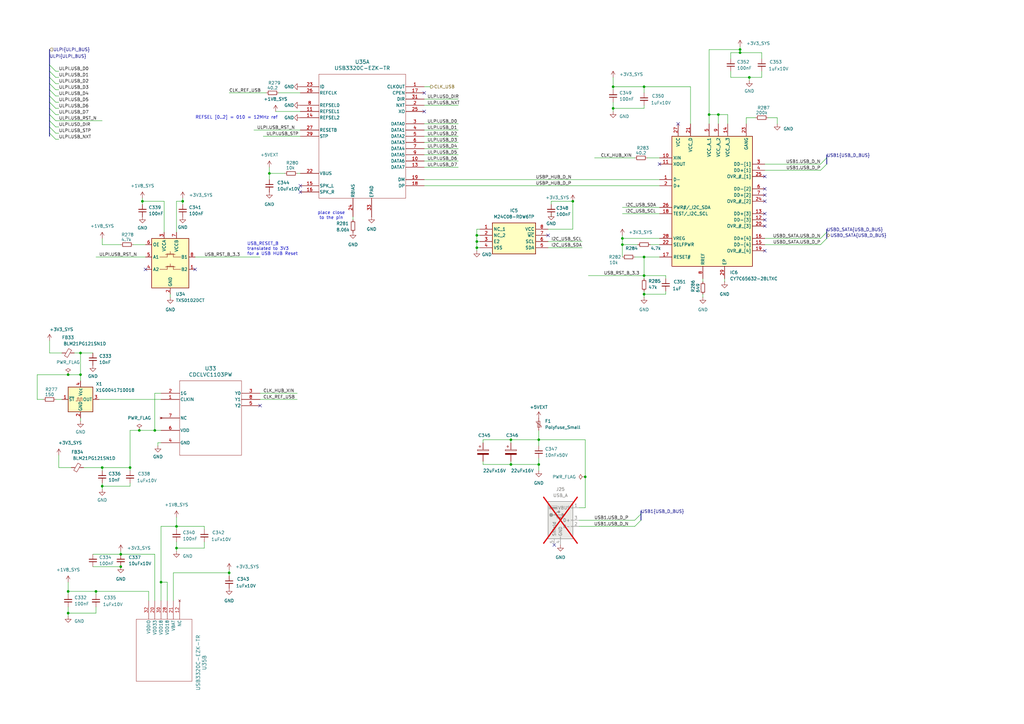
<source format=kicad_sch>
(kicad_sch (version 20250114) (generator "eeschema") (generator_version "9.0")
  (paper "A3")
  (title_block (title "NASR-M") (date "2025-09-22") (rev "D 0.9.4") (company "electrodyssey.net") (comment 2 "(c) Nazim 2025") (comment 3 "Author: Nazim Aghabayov") (comment 4 "SYZYGY Carrier Mainboard") (comment 5 "rel: Fletched Bustard"))
  (text "USB_RESET_B\ntranslated to 3V3\nfor a USB HUB Reset" (at 101.346 102.108 0) (effects (font (size 1.27 1.27)) (justify left)))
  (text "place close\nto the pin" (at 135.89 88.392 0) (effects (font (size 1.27 1.27))))
  (text "REFSEL [0..2] = 010 = 12MHz ref" (at 97.028 48.26 0) (effects (font (size 1.27 1.27))))
  (junction (at 209.55 190.5))
  (junction (at 57.15 176.53))
  (junction (at 251.46 44.45))
  (junction (at 307.34 31.75))
  (junction (at 63.5 176.53))
  (junction (at 66.04 238.76))
  (junction (at 110.49 71.12))
  (junction (at 27.94 251.46))
  (junction (at 220.98 180.34))
  (junction (at 264.16 105.41))
  (junction (at 195.58 99.06))
  (junction (at 74.93 82.55))
  (junction (at 255.27 100.33))
  (junction (at 93.98 234.95))
  (junction (at 251.46 35.56))
  (junction (at 41.91 191.77))
  (junction (at 27.94 242.57))
  (junction (at 49.53 232.41))
  (junction (at 49.53 227.33))
  (junction (at 303.53 21.59))
  (junction (at 303.53 20.32))
  (junction (at 294.64 46.99))
  (junction (at 58.42 82.55))
  (junction (at 264.16 113.03))
  (junction (at 195.58 96.52))
  (junction (at 209.55 180.34))
  (junction (at 27.94 153.67))
  (junction (at 195.58 101.6))
  (junction (at 255.27 97.79))
  (junction (at 72.39 224.79))
  (junction (at 290.83 46.99))
  (junction (at 264.16 35.56))
  (junction (at 41.91 199.39))
  (junction (at 264.16 120.65))
  (junction (at 234.95 82.55))
  (junction (at 72.39 215.9))
  (junction (at 39.37 242.57))
  (junction (at 53.34 191.77))
  (junction (at 220.98 190.5))
  (junction (at 240.03 195.58))
  (junction (at 33.02 153.67))
  (junction (at 33.02 144.78))
  (no_connect (at 270.51 67.31))
  (no_connect (at 227.33 223.52))
  (no_connect (at 313.69 90.17))
  (no_connect (at 224.79 96.52))
  (no_connect (at 80.01 110.49))
  (no_connect (at 313.69 77.47))
  (no_connect (at 59.69 110.49))
  (no_connect (at 313.69 80.01))
  (no_connect (at 313.69 87.63))
  (no_connect (at 313.69 72.39))
  (no_connect (at 313.69 102.87))
  (no_connect (at 313.69 82.55))
  (no_connect (at 173.99 45.72))
  (no_connect (at 173.99 38.1))
  (no_connect (at 278.13 50.8))
  (no_connect (at 106.68 166.37))
  (no_connect (at 313.69 92.71))
  (no_connect (at 123.19 78.74))
  (no_connect (at 123.19 76.2))
  (bus_entry (at 339.09 64.77) (size -2.54 2.54))
  (bus_entry (at 20.32 36.83) (size 2.54 2.54))
  (bus_entry (at 262.89 213.36) (size -2.54 2.54))
  (bus_entry (at 20.32 49.53) (size 2.54 2.54))
  (bus_entry (at 20.32 29.21) (size 2.54 2.54))
  (bus_entry (at 20.32 54.61) (size 2.54 2.54))
  (bus_entry (at 20.32 31.75) (size 2.54 2.54))
  (bus_entry (at 339.09 67.31) (size -2.54 2.54))
  (bus_entry (at 20.32 41.91) (size 2.54 2.54))
  (bus_entry (at 262.89 210.82) (size -2.54 2.54))
  (bus_entry (at 20.32 52.07) (size 2.54 2.54))
  (bus_entry (at 339.09 95.25) (size -2.54 2.54))
  (bus_entry (at 20.32 26.67) (size 2.54 2.54))
  (bus_entry (at 339.09 97.79) (size -2.54 2.54))
  (bus_entry (at 20.32 46.99) (size 2.54 2.54))
  (bus_entry (at 20.32 44.45) (size 2.54 2.54))
  (bus_entry (at 20.32 39.37) (size 2.54 2.54))
  (bus_entry (at 20.32 34.29) (size 2.54 2.54))
  (bus (pts (xy 20.32 36.83) (xy 20.32 39.37)))
  (wire (pts (xy 307.34 31.75) (xy 312.42 31.75)))
  (wire (pts (xy 41.91 100.33) (xy 41.91 97.79)))
  (wire (pts (xy 198.12 180.34) (xy 198.12 181.61)))
  (wire (pts (xy 53.34 193.04) (xy 53.34 191.77)))
  (wire (pts (xy 240.03 208.28) (xy 237.49 208.28)))
  (wire (pts (xy 72.39 215.9) (xy 72.39 217.17)))
  (wire (pts (xy 66.04 215.9) (xy 66.04 238.76)))
  (wire (pts (xy 22.86 31.75) (xy 24.13 31.75)))
  (bus (pts (xy 20.32 34.29) (xy 20.32 36.83)))
  (bus (pts (xy 20.32 52.07) (xy 20.32 54.61)))
  (wire (pts (xy 264.16 120.65) (xy 264.16 121.92)))
  (wire (pts (xy 173.99 73.66) (xy 270.51 73.66)))
  (wire (pts (xy 66.04 238.76) (xy 68.58 238.76)))
  (wire (pts (xy 240.03 180.34) (xy 240.03 195.58)))
  (wire (pts (xy 41.91 199.39) (xy 41.91 200.66)))
  (wire (pts (xy 241.3 113.03) (xy 264.16 113.03)))
  (wire (pts (xy 288.29 115.57) (xy 288.29 114.3)))
  (wire (pts (xy 144.78 88.9) (xy 144.78 90.17)))
  (wire (pts (xy 176.53 35.56) (xy 173.99 35.56)))
  (wire (pts (xy 110.49 71.12) (xy 116.84 71.12)))
  (bus (pts (xy 339.09 64.77) (xy 339.09 67.31)))
  (wire (pts (xy 27.94 248.92) (xy 27.94 251.46)))
  (wire (pts (xy 22.86 34.29) (xy 24.13 34.29)))
  (wire (pts (xy 251.46 35.56) (xy 264.16 35.56)))
  (wire (pts (xy 27.94 242.57) (xy 27.94 243.84)))
  (wire (pts (xy 110.49 71.12) (xy 110.49 68.58)))
  (wire (pts (xy 226.06 82.55) (xy 226.06 83.82)))
  (wire (pts (xy 173.99 53.34) (xy 187.96 53.34)))
  (wire (pts (xy 309.88 48.26) (xy 306.07 48.26)))
  (wire (pts (xy 27.94 238.76) (xy 27.94 242.57)))
  (wire (pts (xy 255.27 100.33) (xy 261.62 100.33)))
  (wire (pts (xy 22.86 44.45) (xy 24.13 44.45)))
  (wire (pts (xy 251.46 41.91) (xy 251.46 44.45)))
  (wire (pts (xy 264.16 35.56) (xy 264.16 38.1)))
  (wire (pts (xy 38.1 232.41) (xy 49.53 232.41)))
  (wire (pts (xy 27.94 153.67) (xy 33.02 153.67)))
  (wire (pts (xy 264.16 105.41) (xy 264.16 113.03)))
  (wire (pts (xy 220.98 180.34) (xy 240.03 180.34)))
  (wire (pts (xy 113.03 45.72) (xy 123.19 45.72)))
  (wire (pts (xy 68.58 246.38) (xy 68.58 238.76)))
  (wire (pts (xy 33.02 144.78) (xy 38.1 144.78)))
  (wire (pts (xy 220.98 180.34) (xy 220.98 182.88)))
  (wire (pts (xy 15.24 153.67) (xy 27.94 153.67)))
  (wire (pts (xy 264.16 120.65) (xy 273.05 120.65)))
  (wire (pts (xy 195.58 99.06) (xy 196.85 99.06)))
  (wire (pts (xy 297.18 115.57) (xy 297.18 114.3)))
  (wire (pts (xy 66.04 181.61) (xy 64.77 181.61)))
  (wire (pts (xy 226.06 82.55) (xy 234.95 82.55)))
  (wire (pts (xy 53.34 199.39) (xy 53.34 198.12)))
  (wire (pts (xy 195.58 101.6) (xy 196.85 101.6)))
  (wire (pts (xy 93.98 233.68) (xy 93.98 234.95)))
  (wire (pts (xy 93.98 38.1) (xy 109.22 38.1)))
  (bus (pts (xy 20.32 20.32) (xy 20.32 26.67)))
  (wire (pts (xy 173.99 68.58) (xy 187.96 68.58)))
  (wire (pts (xy 303.53 20.32) (xy 303.53 21.59)))
  (wire (pts (xy 71.12 246.38) (xy 71.12 234.95)))
  (wire (pts (xy 312.42 29.21) (xy 312.42 31.75)))
  (wire (pts (xy 72.39 226.06) (xy 72.39 224.79)))
  (bus (pts (xy 262.89 210.82) (xy 262.89 213.36)))
  (wire (pts (xy 243.84 64.77) (xy 260.35 64.77)))
  (wire (pts (xy 270.51 97.79) (xy 255.27 97.79)))
  (wire (pts (xy 110.49 73.66) (xy 110.49 71.12)))
  (wire (pts (xy 72.39 82.55) (xy 74.93 82.55)))
  (wire (pts (xy 27.94 242.57) (xy 39.37 242.57)))
  (wire (pts (xy 39.37 105.41) (xy 59.69 105.41)))
  (wire (pts (xy 41.91 199.39) (xy 53.34 199.39)))
  (wire (pts (xy 264.16 43.18) (xy 264.16 44.45)))
  (wire (pts (xy 33.02 153.67) (xy 33.02 156.21)))
  (wire (pts (xy 58.42 81.28) (xy 58.42 82.55)))
  (wire (pts (xy 173.99 58.42) (xy 187.96 58.42)))
  (wire (pts (xy 237.49 215.9) (xy 260.35 215.9)))
  (wire (pts (xy 106.68 161.29) (xy 121.92 161.29)))
  (wire (pts (xy 54.61 100.33) (xy 59.69 100.33)))
  (wire (pts (xy 264.16 44.45) (xy 251.46 44.45)))
  (wire (pts (xy 298.45 50.8) (xy 298.45 46.99)))
  (wire (pts (xy 33.02 144.78) (xy 33.02 153.67)))
  (wire (pts (xy 74.93 82.55) (xy 74.93 83.82)))
  (wire (pts (xy 195.58 96.52) (xy 195.58 99.06)))
  (wire (pts (xy 198.12 189.23) (xy 198.12 190.5)))
  (wire (pts (xy 33.02 172.72) (xy 33.02 171.45)))
  (wire (pts (xy 34.29 191.77) (xy 41.91 191.77)))
  (wire (pts (xy 63.5 176.53) (xy 57.15 176.53)))
  (wire (pts (xy 39.37 242.57) (xy 60.96 242.57)))
  (wire (pts (xy 22.86 52.07) (xy 24.13 52.07)))
  (wire (pts (xy 220.98 190.5) (xy 220.98 193.04)))
  (wire (pts (xy 313.69 97.79) (xy 336.55 97.79)))
  (wire (pts (xy 63.5 161.29) (xy 63.5 176.53)))
  (wire (pts (xy 93.98 234.95) (xy 93.98 236.22)))
  (wire (pts (xy 226.06 88.9) (xy 226.06 87.63)))
  (wire (pts (xy 123.19 71.12) (xy 121.92 71.12)))
  (wire (pts (xy 58.42 82.55) (xy 58.42 83.82)))
  (wire (pts (xy 299.72 31.75) (xy 307.34 31.75)))
  (wire (pts (xy 313.69 100.33) (xy 336.55 100.33)))
  (wire (pts (xy 72.39 212.09) (xy 72.39 215.9)))
  (wire (pts (xy 27.94 252.73) (xy 27.94 251.46)))
  (wire (pts (xy 20.32 144.78) (xy 20.32 139.7)))
  (wire (pts (xy 83.82 224.79) (xy 72.39 224.79)))
  (wire (pts (xy 195.58 99.06) (xy 195.58 101.6)))
  (wire (pts (xy 298.45 46.99) (xy 294.64 46.99)))
  (wire (pts (xy 255.27 85.09) (xy 270.51 85.09)))
  (wire (pts (xy 39.37 251.46) (xy 27.94 251.46)))
  (wire (pts (xy 72.39 215.9) (xy 83.82 215.9)))
  (wire (pts (xy 39.37 248.92) (xy 39.37 251.46)))
  (wire (pts (xy 251.46 45.72) (xy 251.46 44.45)))
  (wire (pts (xy 237.49 213.36) (xy 260.35 213.36)))
  (wire (pts (xy 303.53 21.59) (xy 312.42 21.59)))
  (wire (pts (xy 67.31 82.55) (xy 58.42 82.55)))
  (bus (pts (xy 20.32 54.61) (xy 20.32 55.88)))
  (wire (pts (xy 63.5 246.38) (xy 63.5 227.33)))
  (wire (pts (xy 17.78 163.83) (xy 15.24 163.83)))
  (wire (pts (xy 40.64 163.83) (xy 66.04 163.83)))
  (wire (pts (xy 63.5 227.33) (xy 49.53 227.33)))
  (wire (pts (xy 318.77 48.26) (xy 318.77 50.8)))
  (wire (pts (xy 251.46 35.56) (xy 251.46 36.83)))
  (wire (pts (xy 66.04 238.76) (xy 66.04 246.38)))
  (wire (pts (xy 224.79 101.6) (xy 238.76 101.6)))
  (wire (pts (xy 255.27 100.33) (xy 255.27 105.41)))
  (bus (pts (xy 339.09 93.98) (xy 339.09 95.25)))
  (wire (pts (xy 83.82 215.9) (xy 83.82 217.17)))
  (wire (pts (xy 224.79 93.98) (xy 234.95 93.98)))
  (wire (pts (xy 234.95 82.55) (xy 234.95 93.98)))
  (wire (pts (xy 255.27 96.52) (xy 255.27 97.79)))
  (wire (pts (xy 264.16 105.41) (xy 270.51 105.41)))
  (wire (pts (xy 22.86 49.53) (xy 41.91 49.53)))
  (wire (pts (xy 299.72 21.59) (xy 299.72 24.13)))
  (wire (pts (xy 25.4 144.78) (xy 20.32 144.78)))
  (wire (pts (xy 66.04 176.53) (xy 63.5 176.53)))
  (wire (pts (xy 196.85 93.98) (xy 195.58 93.98)))
  (wire (pts (xy 294.64 46.99) (xy 290.83 46.99)))
  (wire (pts (xy 72.39 222.25) (xy 72.39 224.79)))
  (wire (pts (xy 173.99 40.64) (xy 187.96 40.64)))
  (wire (pts (xy 71.12 234.95) (xy 93.98 234.95)))
  (wire (pts (xy 307.34 33.02) (xy 307.34 31.75)))
  (wire (pts (xy 220.98 187.96) (xy 220.98 190.5)))
  (wire (pts (xy 273.05 120.65) (xy 273.05 119.38)))
  (wire (pts (xy 209.55 180.34) (xy 209.55 181.61)))
  (wire (pts (xy 22.86 46.99) (xy 24.13 46.99)))
  (wire (pts (xy 255.27 87.63) (xy 270.51 87.63)))
  (wire (pts (xy 39.37 242.57) (xy 39.37 243.84)))
  (wire (pts (xy 22.86 163.83) (xy 25.4 163.83)))
  (wire (pts (xy 173.99 76.2) (xy 270.51 76.2)))
  (bus (pts (xy 262.89 209.55) (xy 262.89 210.82)))
  (bus (pts (xy 339.09 95.25) (xy 339.09 97.79)))
  (wire (pts (xy 264.16 35.56) (xy 283.21 35.56)))
  (wire (pts (xy 15.24 163.83) (xy 15.24 153.67)))
  (wire (pts (xy 173.99 60.96) (xy 187.96 60.96)))
  (wire (pts (xy 173.99 63.5) (xy 187.96 63.5)))
  (wire (pts (xy 266.7 100.33) (xy 270.51 100.33)))
  (wire (pts (xy 264.16 119.38) (xy 264.16 120.65)))
  (wire (pts (xy 260.35 105.41) (xy 264.16 105.41)))
  (bus (pts (xy 20.32 26.67) (xy 20.32 29.21)))
  (wire (pts (xy 306.07 48.26) (xy 306.07 50.8)))
  (wire (pts (xy 72.39 95.25) (xy 72.39 82.55)))
  (wire (pts (xy 195.58 93.98) (xy 195.58 96.52)))
  (wire (pts (xy 72.39 215.9) (xy 66.04 215.9)))
  (wire (pts (xy 22.86 41.91) (xy 24.13 41.91)))
  (wire (pts (xy 173.99 43.18) (xy 187.96 43.18)))
  (wire (pts (xy 173.99 50.8) (xy 187.96 50.8)))
  (wire (pts (xy 41.91 193.04) (xy 41.91 191.77)))
  (wire (pts (xy 74.93 81.28) (xy 74.93 82.55)))
  (wire (pts (xy 273.05 113.03) (xy 264.16 113.03)))
  (wire (pts (xy 104.14 53.34) (xy 123.19 53.34)))
  (wire (pts (xy 299.72 21.59) (xy 303.53 21.59)))
  (wire (pts (xy 265.43 64.77) (xy 270.51 64.77)))
  (wire (pts (xy 240.03 195.58) (xy 240.03 208.28)))
  (wire (pts (xy 224.79 99.06) (xy 238.76 99.06)))
  (wire (pts (xy 24.13 191.77) (xy 24.13 186.69)))
  (wire (pts (xy 53.34 191.77) (xy 41.91 191.77)))
  (bus (pts (xy 20.32 41.91) (xy 20.32 44.45)))
  (wire (pts (xy 80.01 105.41) (xy 106.68 105.41)))
  (wire (pts (xy 29.21 191.77) (xy 24.13 191.77)))
  (bus (pts (xy 20.32 29.21) (xy 20.32 31.75)))
  (wire (pts (xy 22.86 36.83) (xy 24.13 36.83)))
  (wire (pts (xy 273.05 114.3) (xy 273.05 113.03)))
  (wire (pts (xy 114.3 38.1) (xy 123.19 38.1)))
  (wire (pts (xy 64.77 181.61) (xy 64.77 182.88)))
  (wire (pts (xy 173.99 66.04) (xy 187.96 66.04)))
  (bus (pts (xy 20.32 44.45) (xy 20.32 46.99)))
  (wire (pts (xy 264.16 113.03) (xy 264.16 114.3)))
  (wire (pts (xy 60.96 246.38) (xy 60.96 242.57)))
  (wire (pts (xy 57.15 176.53) (xy 53.34 176.53)))
  (wire (pts (xy 67.31 82.55) (xy 67.31 95.25)))
  (wire (pts (xy 283.21 35.56) (xy 283.21 50.8)))
  (wire (pts (xy 209.55 180.34) (xy 220.98 180.34)))
  (wire (pts (xy 288.29 121.92) (xy 288.29 120.65)))
  (wire (pts (xy 195.58 96.52) (xy 196.85 96.52)))
  (wire (pts (xy 299.72 31.75) (xy 299.72 29.21)))
  (wire (pts (xy 195.58 101.6) (xy 195.58 102.87)))
  (wire (pts (xy 22.86 54.61) (xy 24.13 54.61)))
  (wire (pts (xy 312.42 21.59) (xy 312.42 24.13)))
  (wire (pts (xy 255.27 97.79) (xy 255.27 100.33)))
  (wire (pts (xy 41.91 100.33) (xy 49.53 100.33)))
  (wire (pts (xy 294.64 46.99) (xy 294.64 50.8)))
  (wire (pts (xy 49.53 226.06) (xy 49.53 227.33)))
  (wire (pts (xy 290.83 46.99) (xy 290.83 20.32)))
  (wire (pts (xy 22.86 39.37) (xy 24.13 39.37)))
  (wire (pts (xy 83.82 222.25) (xy 83.82 224.79)))
  (bus (pts (xy 20.32 49.53) (xy 20.32 52.07)))
  (wire (pts (xy 209.55 189.23) (xy 209.55 190.5)))
  (wire (pts (xy 30.48 144.78) (xy 33.02 144.78)))
  (wire (pts (xy 251.46 31.75) (xy 251.46 35.56)))
  (wire (pts (xy 313.69 67.31) (xy 336.55 67.31)))
  (wire (pts (xy 107.95 55.88) (xy 123.19 55.88)))
  (wire (pts (xy 198.12 180.34) (xy 209.55 180.34)))
  (wire (pts (xy 38.1 227.33) (xy 49.53 227.33)))
  (wire (pts (xy 66.04 161.29) (xy 63.5 161.29)))
  (wire (pts (xy 173.99 55.88) (xy 187.96 55.88)))
  (wire (pts (xy 22.86 57.15) (xy 24.13 57.15)))
  (wire (pts (xy 290.83 46.99) (xy 290.83 50.8)))
  (bus (pts (xy 20.32 46.99) (xy 20.32 49.53)))
  (wire (pts (xy 220.98 176.53) (xy 220.98 180.34)))
  (wire (pts (xy 69.85 121.92) (xy 69.85 120.65)))
  (wire (pts (xy 198.12 190.5) (xy 209.55 190.5)))
  (wire (pts (xy 41.91 198.12) (xy 41.91 199.39)))
  (wire (pts (xy 209.55 190.5) (xy 220.98 190.5)))
  (wire (pts (xy 314.96 48.26) (xy 318.77 48.26)))
  (wire (pts (xy 290.83 20.32) (xy 303.53 20.32)))
  (bus (pts (xy 20.32 31.75) (xy 20.32 34.29)))
  (wire (pts (xy 313.69 69.85) (xy 336.55 69.85)))
  (bus (pts (xy 339.09 63.5) (xy 339.09 64.77)))
  (wire (pts (xy 303.53 19.05) (xy 303.53 20.32)))
  (wire (pts (xy 53.34 176.53) (xy 53.34 191.77)))
  (wire (pts (xy 106.68 163.83) (xy 121.92 163.83)))
  (wire (pts (xy 22.86 29.21) (xy 24.13 29.21)))
  (bus (pts (xy 20.32 39.37) (xy 20.32 41.91)))
  (label "CLK_HUB_XIN" (at 246.38 64.77 0))
  (label "ULPI.USB_RST_N" (at 40.64 105.41 0))
  (label "USB1.USB_D_N" (at 336.55 67.31 180))
  (label "USB1{USB_D_BUS}" (at 262.89 210.82 0))
  (label "USB_RST_B_3.3" (at 247.65 113.03 0))
  (label "ULPI.USB_D7" (at 24.13 46.99 0))
  (label "ULPI.USB_STP" (at 24.13 54.61 0))
  (label "ULPI.USB_RST_N" (at 105.41 53.34 0))
  (label "ULPI.USB_D4" (at 24.13 39.37 0))
  (label "USB1.USB_D_P" (at 257.81 213.36 180))
  (label "ULPI.USB_D1" (at 24.13 31.75 0))
  (label "USB1.USB_D_P" (at 336.55 69.85 180))
  (label "ULPI{ULPI_BUS}" (at 20.32 24.13 0))
  (label "ULPI.USB_D3" (at 175.26 58.42 0))
  (label "ULPI.USB_D3" (at 24.13 36.83 0))
  (label "USBD_SATA.USB_D_P" (at 336.55 100.33 180))
  (label "USBD_SATA.USB_D_N" (at 336.55 97.79 180))
  (label "USB1.USB_D_N" (at 257.81 215.9 180))
  (label "I2C_USB_SCL" (at 256.54 87.63 0))
  (label "ULPI.USB_D7" (at 175.26 68.58 0))
  (label "I2C_USB_SDA" (at 256.54 85.09 0))
  (label "CLK_REF_USB" (at 93.98 38.1 0))
  (label "USB_RST_B_3.3" (at 83.82 105.41 0))
  (label "ULPI.USB_D0" (at 24.13 29.21 0))
  (label "ULPI.USB_D0" (at 175.26 50.8 0))
  (label "USB1{USB_D_BUS}" (at 339.09 64.77 0))
  (label "ULPI.USB_STP" (at 109.22 55.88 0))
  (label "ULPI.USB_D6" (at 175.26 66.04 0))
  (label "ULPI.USB_NXT" (at 175.26 43.18 0))
  (label "I2C_USB_SCL" (at 226.06 99.06 0))
  (label "ULPI.USB_D6" (at 24.13 44.45 0))
  (label "CLK_REF_USB" (at 107.95 163.83 0))
  (label "USBD_SATA{USB_D_BUS}" (at 339.09 95.25 0))
  (label "USBP_HUB_D_N" (at 219.71 73.66 0))
  (label "ULPI.USB_RST_N" (at 24.13 49.53 0))
  (label "CLK_HUB_XIN" (at 107.95 161.29 0))
  (label "ULPI.USB_D5" (at 175.26 63.5 0))
  (label "ULPI.USB_D1" (at 175.26 53.34 0))
  (label "I2C_USB_SDA" (at 226.06 101.6 0))
  (label "ULPI.USB_D2" (at 24.13 34.29 0))
  (label "ULPI.USB_D2" (at 175.26 55.88 0))
  (label "ULPI.USD_DIR" (at 175.26 40.64 0))
  (label "ULPI.USD_DIR" (at 24.13 52.07 0))
  (label "ULPI.USB_D4" (at 175.26 60.96 0))
  (label "USBP_HUB_D_P" (at 219.71 76.2 0))
  (label "ULPI.USB_NXT" (at 24.13 57.15 0))
  (label "ULPI.USB_D5" (at 24.13 41.91 0))
  (hierarchical_label "ULPI{ULPI_BUS}" (shape input) (at 20.32 20.32 0))
  (hierarchical_label "CLK_USB" (shape output) (at 176.53 35.56 0))
  (hierarchical_label "USBD_SATA{USB_D_BUS}" (shape bidirectional) (at 339.09 96.52 0))
  (symbol (lib_id "Device:C_Small") (at 38.1 147.32 0) (unit 1)
    (property "Reference" "C333" (at 40.64 146.0563 0) (effects (justify left)))
    (property "Value" "10nF" (at 40.64 148.5963 0) (effects (justify left)))
    (property "Footprint" "Capacitor_SMD:C_0805_2012Metric" (effects (hide yes)))
    (property "JLCPCB Part #" "C282728" (effects (hide yes)))
    (property "Part" "TCC0805X7R103K500DT" (effects (hide yes)))
  )
  (symbol (lib_id "Device:C_Polarized") (at 198.12 185.42 0) (unit 1)
    (property "Reference" "C345" (at 196.088 178.562 0) (effects (justify left)))
    (property "Value" "22uFx16V" (at 198.12 193.04 0) (effects (justify left)))
    (property "Footprint" "Capacitor_Tantalum_SMD:CP_EIA-6032-15_Kemet-U" (effects (hide yes)))
    (property "Description" "-55℃~+125℃ 16V 22uF 350mΩ ±10% 2312 Tantalum Capacitors ROHS" (effects (hide yes)))
    (property "Part" "TR3C226K016C0350" (effects (hide yes)))
    (property "JLCPCB Part #" "C1954274" (effects (hide yes)))
  )
  (symbol (lib_id "Device:C_Small") (at 299.72 26.67 180) (unit 1)
    (property "Reference" "C352" (at 302.26 25.3935 0) (effects (justify right)))
    (property "Value" "100nF" (at 302.26 27.9335 0) (effects (justify right)))
    (property "Footprint" "Capacitor_SMD:C_0402_1005Metric" (effects (hide yes)))
    (property "JLCPCB Part #" "C541465" (effects (hide yes)))
    (property "Part" "CC0402JRX7R8BB104" (effects (hide yes)))
  )
  (symbol (lib_id "GPWR1V8SYS:+1V8SYS") (at 113.03 45.72 0) (unit 1)
    (property "Reference" "#PWR1V8SYS032" (effects (hide yes)))
    (property "Value" "+1V8_SYS" (at 113.03 40.64 0))
  )
  (symbol (lib_id "Device:R_Small") (at 264.16 100.33 270) (unit 1)
    (property "Reference" "R284" (at 259.08 101.854 90))
    (property "Value" "4.7k" (at 268.986 101.854 90))
    (property "Footprint" "Resistor_SMD:R_0402_1005Metric" (effects (hide yes)))
    (property "JLCPCB Part #" "C25900" (effects (hide yes)))
    (property "Part" "0402WGF4701TCE" (effects (hide yes)))
  )
  (symbol (lib_id "Device:C_Small") (at 251.46 39.37 180) (unit 1)
    (property "Reference" "C349" (at 254 38.0935 0) (effects (justify right)))
    (property "Value" "100nF" (at 254 40.6335 0) (effects (justify right)))
    (property "Footprint" "Capacitor_SMD:C_0402_1005Metric" (effects (hide yes)))
    (property "JLCPCB Part #" "C541465" (effects (hide yes)))
    (property "Part" "CC0402JRX7R8BB104" (effects (hide yes)))
  )
  (symbol (lib_id "GPWR1V8SYS:+1V8SYS") (at 72.39 212.09 0) (unit 1)
    (property "Reference" "#PWR1V8SYS031" (effects (hide yes)))
    (property "Value" "+1V8_SYS" (at 72.39 207.01 0))
  )
  (symbol (lib_id "power:GND") (at 69.85 121.92 0) (unit 1)
    (property "Reference" "#PWR0400" (effects (hide yes)))
    (property "Value" "GND" (at 69.85 127 0))
    (property "Description" "Power symbol creates a global label with name \"GND\" , ground" (effects (hide yes)))
  )
  (symbol (lib_id "Logic_LevelTranslator:TXS0102DCT") (at 69.85 107.95 0) (unit 1)
    (property "Reference" "U34" (at 72.0441 120.65 0) (effects (justify left)))
    (property "Value" "TXS0102DCT" (at 72.0441 123.19 0) (effects (justify left)))
    (property "Footprint" "Package_SO:SSOP-8_2.95x2.8mm_P0.65mm" (effects (hide yes)))
    (property "Datasheet" "http://www.ti.com/lit/gpn/txs0102" (effects (hide yes)))
    (property "Description" "2-Bit Bidirectional Voltage-Level Shifter for Open-Drain and Push-Pull Application, SSOP-8" (effects (hide yes)))
    (property "JLCPCB Part #" "C324082" (effects (hide yes)))
    (property "Part" "TXS0102DCTR" (effects (hide yes)))
  )
  (symbol (lib_id "GPWR3V3SYS:+3V3SYS") (at 251.46 31.75 0) (unit 1)
    (property "Reference" "#PWR3V3SYS048" (effects (hide yes)))
    (property "Value" "+3V3_SYS" (at 254 30.4799 0) (effects (justify left)))
    (property "Description" "Power symbol creates a global label with name \"+3V3SYS\"" (effects (hide yes)))
  )
  (symbol (lib_id "Device:R_Small") (at 264.16 116.84 0) (unit 1)
    (property "Reference" "R285" (at 265.938 115.316 0) (effects (justify left)))
    (property "Value" "47k" (at 265.938 117.856 0) (effects (justify left)))
    (property "Footprint" "Resistor_SMD:R_0603_1608Metric" (effects (hide yes)))
    (property "JLCPCB Part #" "C5139555" (effects (hide yes)))
  )
  (symbol (lib_id "Device:C_Small") (at 27.94 246.38 180) (unit 1)
    (property "Reference" "C332" (at 30.48 245.1035 0) (effects (justify right)))
    (property "Value" "100nF" (at 30.48 247.6435 0) (effects (justify right)))
    (property "Footprint" "Capacitor_SMD:C_0402_1005Metric" (effects (hide yes)))
    (property "JLCPCB Part #" "C541465" (effects (hide yes)))
    (property "Part" "CC0402JRX7R8BB104" (effects (hide yes)))
  )
  (symbol (lib_id "Device:C_Small") (at 49.53 229.87 0) (unit 1)
    (property "Reference" "C337" (at 52.705 228.6063 0) (effects (justify left)))
    (property "Value" "10uFx10V" (at 52.705 231.1463 0) (effects (justify left)))
    (property "Footprint" "Capacitor_SMD:C_0805_2012Metric" (effects (hide yes)))
    (property "Description" "10V 10uF X5R ±10% 0805 Multilayer Ceramic Capacitors MLCC - SMD/SMT ROHS" (effects (hide yes)))
    (property "JLCPCB Part #" "C17024" (effects (hide yes)))
    (property "Part" "CL21A106KPFNNNE" (effects (hide yes)))
  )
  (symbol (lib_id "Device:C_Small") (at 264.16 40.64 0) (unit 1)
    (property "Reference" "C350" (at 267.335 39.3763 0) (effects (justify left)))
    (property "Value" "1uFx10V" (at 266.954 42.164 0) (effects (justify left)))
    (property "Footprint" "Capacitor_SMD:C_0603_1608Metric" (effects (hide yes)))
    (property "JLCPCB Part #" "C841050" (effects (hide yes)))
  )
  (symbol (lib_id "power:GND") (at 64.77 182.88 0) (unit 1)
    (property "Reference" "#PWR0399" (effects (hide yes)))
    (property "Value" "GND" (at 64.77 187.325 0))
  )
  (symbol (lib_id "power:GND") (at 74.93 88.9 0) (unit 1)
    (property "Reference" "#PWR0402" (effects (hide yes)))
    (property "Value" "GND" (at 74.93 93.218 0))
    (property "Description" "Power symbol creates a global label with name \"GND\" , ground" (effects (hide yes)))
  )
  (symbol (lib_id "Device:C_Small") (at 53.34 195.58 0) (unit 1)
    (property "Reference" "C338" (at 56.515 194.3163 0) (effects (justify left)))
    (property "Value" "1uFx10V" (at 56.134 197.104 0) (effects (justify left)))
    (property "Footprint" "Capacitor_SMD:C_0603_1608Metric" (effects (hide yes)))
    (property "JLCPCB Part #" "C841050" (effects (hide yes)))
  )
  (symbol (lib_id "GPWR5VEXT:+5VEXT") (at 220.98 171.45 0) (unit 1)
    (property "Reference" "#PWR5VEXT014" (effects (hide yes)))
    (property "Value" "+5VEXT" (at 220.98 167.005 0))
  )
  (symbol (lib_id "Device:R_Small") (at 144.78 92.71 0) (unit 1)
    (property "Reference" "R281" (at 137.922 91.694 0) (effects (justify left)))
    (property "Value" "8.06k" (at 137.922 94.234 0) (effects (justify left)))
    (property "Footprint" "Resistor_SMD:R_0603_1608Metric" (effects (hide yes)))
    (property "JLCPCB Part #" "C2960681" (effects (hide yes)))
    (property "Part" "FRC0603F8061TS" (effects (hide yes)))
  )
  (symbol (lib_id "GPWR3V3SYS:+3V3SYS") (at 93.98 233.68 0) (unit 1)
    (property "Reference" "#PWR3V3SYS046" (effects (hide yes)))
    (property "Value" "+3V3_SYS" (at 96.52 232.4099 0) (effects (justify left)))
    (property "Description" "Power symbol creates a global label with name \"+3V3SYS\"" (effects (hide yes)))
  )
  (symbol (lib_name "GND_1") (lib_id "power:GND") (at 264.16 121.92 0) (unit 1)
    (property "Reference" "#PWR0415" (effects (hide yes)))
    (property "Value" "GND" (at 264.16 127 0))
    (property "Description" "Power symbol creates a global label with name \"GND\" , ground" (effects (hide yes)))
  )
  (symbol (lib_id "Device:C_Small") (at 93.98 238.76 0) (unit 1)
    (property "Reference" "C343" (at 97.155 237.4963 0) (effects (justify left)))
    (property "Value" "1uFx10V" (at 96.774 240.284 0) (effects (justify left)))
    (property "Footprint" "Capacitor_SMD:C_0603_1608Metric" (effects (hide yes)))
    (property "JLCPCB Part #" "C841050" (effects (hide yes)))
  )
  (symbol (lib_id "power:GND") (at 38.1 149.86 0) (unit 1)
    (property "Reference" "#PWR0395" (effects (hide yes)))
    (property "Value" "GND" (at 38.1 154.305 0))
  )
  (symbol (lib_id "USB3320C-EZK-TR:USB3320C-EZK-TR") (at 123.19 35.56 0) (unit 1)
    (property "Reference" "U35" (at 148.59 25.4 0) (effects (font (size 1.524 1.524))))
    (property "Value" "USB3320C-EZK-TR" (at 148.59 27.94 0) (effects (font (size 1.524 1.524))))
    (property "Footprint" "pretty:QFN32_5X5MC_MCH" (effects (hide yes)))
    (property "Datasheet" "USB3320C-EZK-TR" (effects (hide yes)))
    (property "Part" "USB3320C-EZK-TR" (effects (hide yes)))
    (property "JLCPCB Part #" "C132156" (effects (hide yes)))
  )
  (symbol (lib_name "GND_1") (lib_id "power:GND") (at 123.19 43.18 270) (unit 1)
    (property "Reference" "#PWR0406" (effects (hide yes)))
    (property "Value" "GND" (at 120.65 43.18 90) (effects (justify right)))
    (property "Description" "Power symbol creates a global label with name \"GND\" , ground" (effects (hide yes)))
  )
  (symbol (lib_id "GPWR1V8SYS:+1V8SYS") (at 58.42 81.28 0) (unit 1)
    (property "Reference" "#PWR1V8SYS030" (effects (hide yes)))
    (property "Value" "+1V8_SYS" (at 58.42 76.2 0))
  )
  (symbol (lib_id "power:GND") (at 49.53 232.41 0) (unit 1)
    (property "Reference" "#PWR0397" (effects (hide yes)))
    (property "Value" "GND" (at 49.53 237.49 0))
  )
  (symbol (lib_id "Device:R_Small") (at 119.38 71.12 90) (unit 1)
    (property "Reference" "R280" (at 119.888 66.802 90))
    (property "Value" "10k" (at 119.126 68.834 90))
    (property "Footprint" "Resistor_SMD:R_0402_1005Metric" (effects (hide yes)))
    (property "JLCPCB Part #" "C25744" (effects (hide yes)))
    (property "Part" "0402WGF1002TCE" (effects (hide yes)))
  )
  (symbol (lib_id "Device:C_Small") (at 38.1 229.87 180) (unit 1)
    (property "Reference" "C334" (at 40.64 228.5935 0) (effects (justify right)))
    (property "Value" "100nF" (at 40.64 231.1335 0) (effects (justify right)))
    (property "Footprint" "Capacitor_SMD:C_0402_1005Metric" (effects (hide yes)))
    (property "JLCPCB Part #" "C541465" (effects (hide yes)))
    (property "Part" "CC0402JRX7R8BB104" (effects (hide yes)))
  )
  (symbol (lib_id "Device:C_Small") (at 312.42 26.67 0) (unit 1)
    (property "Reference" "C353" (at 315.595 25.4063 0) (effects (justify left)))
    (property "Value" "1uFx10V" (at 315.214 28.194 0) (effects (justify left)))
    (property "Footprint" "Capacitor_SMD:C_0603_1608Metric" (effects (hide yes)))
    (property "JLCPCB Part #" "C841050" (effects (hide yes)))
  )
  (symbol (lib_id "power:GND") (at 307.34 33.02 0) (unit 1)
    (property "Reference" "#PWR0418" (effects (hide yes)))
    (property "Value" "GND" (at 307.34 37.338 0))
    (property "Description" "Power symbol creates a global label with name \"GND\" , ground" (effects (hide yes)))
  )
  (symbol (lib_id "Device:R_Small") (at 257.81 105.41 90) (unit 1)
    (property "Reference" "R282" (at 252.222 105.41 90))
    (property "Value" "10k" (at 251.714 107.696 90))
    (property "Footprint" "Resistor_SMD:R_0402_1005Metric" (effects (hide yes)))
    (property "JLCPCB Part #" "C25744" (effects (hide yes)))
    (property "Part" "0402WGF1002TCE" (effects (hide yes)))
  )
  (symbol (lib_id "Device:C_Small") (at 110.49 76.2 0) (unit 1)
    (property "Reference" "C344" (at 113.665 74.9363 0) (effects (justify left)))
    (property "Value" "10uFx10V" (at 113.665 77.4763 0) (effects (justify left)))
    (property "Footprint" "Capacitor_SMD:C_0805_2012Metric" (effects (hide yes)))
    (property "Description" "10V 10uF X5R ±10% 0805 Multilayer Ceramic Capacitors MLCC - SMD/SMT ROHS" (effects (hide yes)))
    (property "JLCPCB Part #" "C17024" (effects (hide yes)))
    (property "Part" "CL21A106KPFNNNE" (effects (hide yes)))
  )
  (symbol (lib_id "Device:C_Small") (at 41.91 195.58 0) (unit 1)
    (property "Reference" "C336" (at 44.45 194.3163 0) (effects (justify left)))
    (property "Value" "10nF" (at 44.45 196.8563 0) (effects (justify left)))
    (property "Footprint" "Capacitor_SMD:C_0805_2012Metric" (effects (hide yes)))
    (property "JLCPCB Part #" "C282728" (effects (hide yes)))
    (property "Part" "TCC0805X7R103K500DT" (effects (hide yes)))
  )
  (symbol (lib_id "GPWR3V3SYS:+3V3SYS") (at 24.13 186.69 0) (unit 1)
    (property "Reference" "#PWR3V3SYS043" (effects (hide yes)))
    (property "Value" "+3V3_SYS" (at 23.876 181.61 0) (effects (justify left)))
    (property "Description" "Power symbol creates a global label with name \"+3V3SYS\"" (effects (hide yes)))
  )
  (symbol (lib_id "GPWR1V8SYS:+1V8SYS") (at 41.91 97.79 0) (unit 1)
    (property "Reference" "#PWR1V8SYS029" (effects (hide yes)))
    (property "Value" "+1V8_SYS" (at 41.91 92.71 0))
  )
  (symbol (lib_id "Device:C_Small") (at 74.93 86.36 180) (unit 1)
    (property "Reference" "C341" (at 77.47 85.0835 0) (effects (justify right)))
    (property "Value" "100nF" (at 77.47 87.6235 0) (effects (justify right)))
    (property "Footprint" "Capacitor_SMD:C_0402_1005Metric" (effects (hide yes)))
    (property "JLCPCB Part #" "C541465" (effects (hide yes)))
    (property "Part" "CC0402JRX7R8BB104" (effects (hide yes)))
  )
  (symbol (lib_id "GPWR3V3SYS:+3V3SYS") (at 255.27 96.52 0) (unit 1)
    (property "Reference" "#PWR3V3SYS049" (effects (hide yes)))
    (property "Value" "+3V3_SYS" (at 257.81 95.2499 0) (effects (justify left)))
    (property "Description" "Power symbol creates a global label with name \"+3V3SYS\"" (effects (hide yes)))
  )
  (symbol (lib_id "GPWR5VEXT:+5VEXT") (at 110.49 68.58 0) (unit 1)
    (property "Reference" "#PWR5VEXT013" (effects (hide yes)))
    (property "Value" "+5VEXT" (at 110.49 63.5 0))
    (property "Description" "Power symbol creates a global label with name \"+5VEXT\"" (effects (hide yes)))
  )
  (symbol (lib_id "Device:C_Small") (at 39.37 246.38 0) (unit 1)
    (property "Reference" "C335" (at 42.545 245.1163 0) (effects (justify left)))
    (property "Value" "1uFx10V" (at 42.164 247.904 0) (effects (justify left)))
    (property "Footprint" "Capacitor_SMD:C_0603_1608Metric" (effects (hide yes)))
    (property "JLCPCB Part #" "C841050" (effects (hide yes)))
  )
  (symbol (lib_name "GND_1") (lib_id "power:GND") (at 288.29 121.92 0) (unit 1)
    (property "Reference" "#PWR0416" (effects (hide yes)))
    (property "Value" "GND" (at 288.29 127 0))
    (property "Description" "Power symbol creates a global label with name \"GND\" , ground" (effects (hide yes)))
  )
  (symbol (lib_id "power:GND") (at 58.42 88.9 0) (unit 1)
    (property "Reference" "#PWR0398" (effects (hide yes)))
    (property "Value" "GND" (at 58.42 93.472 0))
    (property "Description" "Power symbol creates a global label with name \"GND\" , ground" (effects (hide yes)))
  )
  (symbol (lib_id "Device:FerriteBead_Small") (at 27.94 144.78 90) (unit 1)
    (property "Reference" "FB33" (at 27.9019 138.43 90))
    (property "Value" "BLM21PG121SN1D" (at 34.798 140.97 90))
    (property "Footprint" "Inductor_SMD:L_0805_2012Metric" (effects (hide yes)))
    (property "Description" "30mΩ ±25% 120Ω@100MHz" (effects (hide yes)))
    (property "Part" "BLM21PG121SN1D" (effects (hide yes)))
    (property "JLCPCB Part #" "C79382" (effects (hide yes)))
  )
  (symbol (lib_id "power:GND") (at 33.02 172.72 0) (unit 1)
    (property "Reference" "#PWR0394" (effects (hide yes)))
    (property "Value" "GND" (at 33.02 177.165 0))
  )
  (symbol (lib_id "Device:C_Polarized") (at 209.55 185.42 0) (unit 1)
    (property "Reference" "C346" (at 207.518 178.562 0) (effects (justify left)))
    (property "Value" "22uFx16V" (at 209.55 193.04 0) (effects (justify left)))
    (property "Footprint" "Capacitor_Tantalum_SMD:CP_EIA-6032-15_Kemet-U" (effects (hide yes)))
    (property "Description" "-55℃~+125℃ 16V 22uF 350mΩ ±10% 2312 Tantalum Capacitors ROHS" (effects (hide yes)))
    (property "Part" "TR3C226K016C0350" (effects (hide yes)))
    (property "JLCPCB Part #" "C1954274" (effects (hide yes)))
  )
  (symbol (lib_id "GPWR3V3SYS:+3V3SYS") (at 20.32 139.7 0) (unit 1)
    (property "Reference" "#PWR3V3SYS042" (effects (hide yes)))
    (property "Value" "+3V3_SYS" (at 20.32 135.128 0) (effects (justify left)))
    (property "Description" "Power symbol creates a global label with name \"+3V3SYS\"" (effects (hide yes)))
  )
  (symbol (lib_id "GPWR3V3SYS:+3V3SYS") (at 74.93 81.28 0) (unit 1)
    (property "Reference" "#PWR3V3SYS045" (effects (hide yes)))
    (property "Value" "+3V3_SYS" (at 77.47 80.0099 0) (effects (justify left)))
    (property "Description" "Power symbol creates a global label with name \"+3V3SYS\"" (effects (hide yes)))
  )
  (symbol (lib_id "power:GND") (at 220.98 193.04 0) (unit 1)
    (property "Reference" "#PWR0411" (effects (hide yes)))
    (property "Value" "GND" (at 220.98 198.12 0))
  )
  (symbol (lib_name "GND_1") (lib_id "power:GND") (at 144.78 95.25 0) (unit 1)
    (property "Reference" "#PWR0408" (effects (hide yes)))
    (property "Value" "GND" (at 144.78 100.33 0))
    (property "Description" "Power symbol creates a global label with name \"GND\" , ground" (effects (hide yes)))
  )
  (symbol (lib_name "USB3320C-EZK-TR_1") (lib_id "USB3320C-EZK-TR:USB3320C-EZK-TR") (at 73.66 246.38 270) (unit 2)
    (property "Reference" "U35" (at 83.82 271.78 0) (effects (font (size 1.524 1.524))))
    (property "Value" "USB3320C-EZK-TR" (at 81.28 271.78 0) (effects (font (size 1.524 1.524))))
    (property "Footprint" "pretty:QFN32_5X5MC_MCH" (effects (hide yes)))
    (property "Datasheet" "USB3320C-EZK-TR" (effects (hide yes)))
    (property "Part" "USB3320C-EZK-TR" (effects (hide yes)))
    (property "JLCPCB Part #" "C132156" (effects (hide yes)))
  )
  (symbol (lib_id "power:GND") (at 93.98 241.3 0) (unit 1)
    (property "Reference" "#PWR0403" (effects (hide yes)))
    (property "Value" "GND" (at 93.98 246.38 0))
  )
  (symbol (lib_id "Device:C_Small") (at 72.39 219.71 180) (unit 1)
    (property "Reference" "C340" (at 74.93 218.4335 0) (effects (justify right)))
    (property "Value" "100nF" (at 74.93 220.9735 0) (effects (justify right)))
    (property "Footprint" "Capacitor_SMD:C_0402_1005Metric" (effects (hide yes)))
    (property "JLCPCB Part #" "C541465" (effects (hide yes)))
    (property "Part" "CC0402JRX7R8BB104" (effects (hide yes)))
  )
  (symbol (lib_id "Device:Polyfuse_Small") (at 220.98 173.99 0) (unit 1)
    (property "Reference" "F1" (at 223.52 172.7199 0) (effects (justify left)))
    (property "Value" "Polyfuse_Small" (at 223.52 175.2599 0) (effects (justify left)))
    (property "Footprint" "Fuse:Fuse_Bourns_MF-SM_7.98x5.44mm" (effects (hide yes)))
    (property "Description" "Resettable fuse, polymeric positive temperature coefficient, small symbol" (effects (hide yes)))
    (property "Part" "2920L125PR" (effects (hide yes)))
    (property "JLCPCB Part #" "C192524" (effects (hide yes)))
  )
  (symbol (lib_id "power:GND") (at 27.94 252.73 0) (unit 1)
    (property "Reference" "#PWR0393" (effects (hide yes)))
    (property "Value" "GND" (at 32.512 254.762 0))
    (property "Description" "Power symbol creates a global label with name \"GND\" , ground" (effects (hide yes)))
  )
  (symbol (lib_id "Device:R_Small") (at 52.07 100.33 270) (unit 1)
    (property "Reference" "R278" (at 52.324 96.266 90))
    (property "Value" "4.7k" (at 51.816 98.298 90))
    (property "Footprint" "Resistor_SMD:R_0402_1005Metric" (effects (hide yes)))
    (property "JLCPCB Part #" "C25900" (effects (hide yes)))
    (property "Part" "0402WGF4701TCE" (effects (hide yes)))
  )
  (symbol (lib_id "Connector:USB_A") (at 229.87 213.36 0) (unit 1) (dnp yes)
    (property "Reference" "J25" (at 229.87 200.66 0))
    (property "Value" "USB_A" (at 229.87 203.2 0))
    (property "Footprint" "Connector_USB:USB_A_CONNFLY_DS1095-WNR0" (effects (hide yes)))
    (property "Description" "USB Type A connector" (effects (hide yes)))
  )
  (symbol (lib_id "Device:FerriteBead_Small") (at 31.75 191.77 90) (unit 1)
    (property "Reference" "FB34" (at 31.7119 185.42 90))
    (property "Value" "BLM21PG121SN1D" (at 38.608 187.96 90))
    (property "Footprint" "Inductor_SMD:L_0805_2012Metric" (effects (hide yes)))
    (property "Description" "30mΩ ±25% 120Ω@100MHz" (effects (hide yes)))
    (property "Part" "BLM21PG121SN1D" (effects (hide yes)))
    (property "JLCPCB Part #" "C79382" (effects (hide yes)))
  )
  (symbol (lib_id "power:GND") (at 72.39 226.06 0) (unit 1)
    (property "Reference" "#PWR0401" (effects (hide yes)))
    (property "Value" "GND" (at 76.962 228.092 0))
    (property "Description" "Power symbol creates a global label with name \"GND\" , ground" (effects (hide yes)))
  )
  (symbol (lib_name "GND_1") (lib_id "power:GND") (at 123.19 35.56 270) (unit 1)
    (property "Reference" "#PWR0405" (effects (hide yes)))
    (property "Value" "GND" (at 120.65 35.56 90) (effects (justify right)))
    (property "Description" "Power symbol creates a global label with name \"GND\" , ground" (effects (hide yes)))
  )
  (symbol (lib_name "GND_1") (lib_id "power:GND") (at 110.49 78.74 0) (unit 1)
    (property "Reference" "#PWR0404" (effects (hide yes)))
    (property "Value" "GND" (at 110.49 83.82 0))
    (property "Description" "Power symbol creates a global label with name \"GND\" , ground" (effects (hide yes)))
  )
  (symbol (lib_id "Oscillator:SG-210STF") (at 33.02 163.83 0) (unit 1)
    (property "Reference" "X1" (at 40.64 157.48 0))
    (property "Value" "X1G0041710018" (at 47.244 160.02 0))
    (property "Footprint" "Oscillator:Oscillator_SMD_SeikoEpson_SG210-4Pin_2.5x2.0mm" (effects (hide yes)))
    (property "Datasheet" "https://support.epson.biz/td/api/doc_check.php?mode=dl&lang=en&Parts=SG-210STF" (effects (hide yes)))
    (property "Description" "CMOS Crystal Oscillator SPXO" (effects (hide yes)))
    (property "Part" "X1G0041710018" (effects (hide yes)))
    (property "JLCPCB Part #" "C255991" (effects (hide yes)))
  )
  (symbol (lib_id "power:GND") (at 251.46 45.72 0) (unit 1)
    (property "Reference" "#PWR0414" (effects (hide yes)))
    (property "Value" "GND" (at 256.032 47.752 0))
    (property "Description" "Power symbol creates a global label with name \"GND\" , ground" (effects (hide yes)))
  )
  (symbol (lib_name "GND_1") (lib_id "power:GND") (at 226.06 87.63 0) (unit 1)
    (property "Reference" "#PWR0412" (effects (hide yes)))
    (property "Value" "GND" (at 226.06 91.694 0))
    (property "Description" "Power symbol creates a global label with name \"GND\" , ground" (effects (hide yes)))
  )
  (symbol (lib_name "GND_1") (lib_id "power:GND") (at 297.18 115.57 0) (unit 1)
    (property "Reference" "#PWR0417" (effects (hide yes)))
    (property "Value" "GND" (at 297.18 120.65 0))
    (property "Description" "Power symbol creates a global label with name \"GND\" , ground" (effects (hide yes)))
  )
  (symbol (lib_name "GND_1") (lib_id "power:GND") (at 123.19 48.26 270) (unit 1)
    (property "Reference" "#PWR0407" (effects (hide yes)))
    (property "Value" "GND" (at 120.65 48.26 90) (effects (justify right)))
    (property "Description" "Power symbol creates a global label with name \"GND\" , ground" (effects (hide yes)))
  )
  (symbol (lib_id "GPWR3V3SYS:+3V3SYS") (at 234.95 82.55 0) (unit 1)
    (property "Reference" "#PWR3V3SYS047" (effects (hide yes)))
    (property "Value" "+3V3_SYS" (at 228.6 81.026 0))
    (property "Description" "Power symbol creates a global label with name \"+3V3SYS\"" (effects (hide yes)))
  )
  (symbol (lib_id "Device:C_Small") (at 273.05 116.84 0) (unit 1)
    (property "Reference" "C351" (at 276.225 115.5763 0) (effects (justify left)))
    (property "Value" "1uF" (at 275.844 118.364 0) (effects (justify left)))
    (property "Footprint" "Capacitor_SMD:C_0603_1608Metric" (effects (hide yes)))
    (property "JLCPCB Part #" "C841050" (effects (hide yes)))
  )
  (symbol (lib_id "Device:C_Small") (at 83.82 219.71 0) (unit 1)
    (property "Reference" "C342" (at 86.995 218.4463 0) (effects (justify left)))
    (property "Value" "1uFx10V" (at 86.614 221.234 0) (effects (justify left)))
    (property "Footprint" "Capacitor_SMD:C_0603_1608Metric" (effects (hide yes)))
    (property "JLCPCB Part #" "C841050" (effects (hide yes)))
  )
  (symbol (lib_id "power:GND") (at 41.91 200.66 0) (unit 1)
    (property "Reference" "#PWR0396" (effects (hide yes)))
    (property "Value" "GND" (at 41.91 205.105 0))
  )
  (symbol (lib_id "Device:R_Small") (at 111.76 38.1 270) (unit 1)
    (property "Reference" "R279" (at 112.522 34.036 90))
    (property "Value" "40.2" (at 111.76 36.068 90))
    (property "Footprint" "Resistor_SMD:R_0402_1005Metric" (effects (hide yes)))
    (property "JLCPCB Part #" "C327007" (effects (hide yes)))
    (property "Part" "RT0402FRE0740R2L" (effects (hide yes)))
  )
  (symbol (lib_id "power:PWR_FLAG") (at 240.03 195.58 90) (unit 1)
    (property "Reference" "#FLG026" (effects (hide yes)))
    (property "Value" "PWR_FLAG" (at 236.22 195.5799 90) (effects (justify left)))
    (property "Description" "Special symbol for telling ERC where power comes from" (effects (hide yes)))
  )
  (symbol (lib_id "Device:R_Small") (at 312.42 48.26 270) (unit 1)
    (property "Reference" "R287" (at 313.182 44.196 90))
    (property "Value" "200k" (at 312.42 46.228 90))
    (property "Footprint" "Resistor_SMD:R_0603_1608Metric" (effects (hide yes)))
    (property "JLCPCB Part #" "C728585" (effects (hide yes)))
    (property "Part" "RT0603BRD07200KL" (effects (hide yes)))
  )
  (symbol (lib_id "power:GND") (at 229.87 223.52 0) (unit 1)
    (property "Reference" "#PWR0413" (effects (hide yes)))
    (property "Value" "GND" (at 229.87 228.6 0))
  )
  (symbol (lib_name "GND_1") (lib_id "power:GND") (at 152.4 88.9 0) (unit 1)
    (property "Reference" "#PWR0409" (effects (hide yes)))
    (property "Value" "GND" (at 152.4 93.98 0))
    (property "Description" "Power symbol creates a global label with name \"GND\" , ground" (effects (hide yes)))
  )
  (symbol (lib_id "Device:C_Small") (at 226.06 86.36 180) (unit 1)
    (property "Reference" "C348" (at 228.092 85.344 0) (effects (justify right)))
    (property "Value" "100nF" (at 228.092 87.884 0) (effects (justify right)))
    (property "Footprint" "Capacitor_SMD:C_0402_1005Metric" (effects (hide yes)))
    (property "JLCPCB Part #" "C541465" (effects (hide yes)))
    (property "Part" "CC0402JRX7R8BB104" (effects (hide yes)))
  )
  (symbol (lib_name "GND_1") (lib_id "power:GND") (at 195.58 102.87 0) (unit 1)
    (property "Reference" "#PWR0410" (effects (hide yes)))
    (property "Value" "GND" (at 199.644 104.394 0))
    (property "Description" "Power symbol creates a global label with name \"GND\" , ground" (effects (hide yes)))
  )
  (symbol (lib_id "Device:R_Small") (at 262.89 64.77 270) (unit 1)
    (property "Reference" "R283" (at 263.652 60.706 90))
    (property "Value" "40.2" (at 262.89 62.738 90))
    (property "Footprint" "Resistor_SMD:R_0402_1005Metric" (effects (hide yes)))
    (property "JLCPCB Part #" "C327007" (effects (hide yes)))
    (property "Part" "RT0402FRE0740R2L" (effects (hide yes)))
  )
  (symbol (lib_id "Device:C_Small") (at 220.98 185.42 0) (unit 1)
    (property "Reference" "C347" (at 223.52 184.1563 0) (effects (justify left)))
    (property "Value" "10nFx50V" (at 223.52 186.6963 0) (effects (justify left)))
    (property "Footprint" "Capacitor_SMD:C_1206_3216Metric" (effects (hide yes)))
    (property "JLCPCB Part #" "C513774" (effects (hide yes)))
  )
  (symbol (lib_id "Device:R_Small") (at 288.29 118.11 0) (unit 1)
    (property "Reference" "R286" (at 284.226 117.348 90))
    (property "Value" "649" (at 286.258 118.11 90))
    (property "Footprint" "Resistor_SMD:R_0603_1608Metric" (effects (hide yes)))
    (property "JLCPCB Part #" "C705904" (effects (hide yes)))
    (property "Part" "RT0603CRD07649RL" (effects (hide yes)))
  )
  (symbol (lib_id "power:GND") (at 318.77 50.8 0) (unit 1)
    (property "Reference" "#PWR0419" (effects (hide yes)))
    (property "Value" "GND" (at 323.342 52.832 0))
    (property "Description" "Power symbol creates a global label with name \"GND\" , ground" (effects (hide yes)))
  )
  (symbol (lib_id "Device:R_Small") (at 20.32 163.83 270) (unit 1)
    (property "Reference" "R277" (at 21.082 159.766 90))
    (property "Value" "150" (at 20.32 161.798 90))
    (property "Footprint" "Resistor_SMD:R_0402_1005Metric" (effects (hide yes)))
    (property "JLCPCB Part #" "C25082" (effects (hide yes)))
    (property "Part" "0402WGF1500TCE" (effects (hide yes)))
  )
  (symbol (lib_id "power:PWR_FLAG") (at 27.94 153.67 0) (unit 1)
    (property "Reference" "#FLG024" (effects (hide yes)))
    (property "Value" "PWR_FLAG" (at 27.94 148.59 0))
    (property "Description" "Special symbol for telling ERC where power comes from" (effects (hide yes)))
  )
  (symbol (lib_id "M24C08-RDW6TP:M24C08-RDW6TP") (at 196.85 93.98 0) (unit 1)
    (property "Reference" "IC5" (at 210.82 86.36 0))
    (property "Value" "M24C08-RDW6TP" (at 210.82 88.9 0))
    (property "Footprint" "pretty:SOP65P640X120-8N" (effects (hide yes)))
    (property "Datasheet" "https://www.st.com/resource/en/datasheet/m24c08-r.pdf" (effects (hide yes)))
    (property "Description" "EEPROM Serial-I2C 8K-bit 1K x 8 2.5V/3.3V/5V 8-Pin TSSOP T/R" (effects (hide yes)))
    (property "Height" "1.2" (effects (hide yes)))
    (property "Mouser Part Number" "511-M24C08-RDW6TP" (effects (hide yes)))
    (property "Mouser Price/Stock" "https://www.mouser.co.uk/ProductDetail/STMicroelectronics/M24C08-RDW6TP?qs=zHnhFyj1XEiYHIvjgTzdJw%3D%3D" (effects (hide yes)))
    (property "Manufacturer_Name" "STMicroelectronics" (effects (hide yes)))
    (property "Manufacturer_Part_Number" "M24C08-RDW6TP" (effects (hide yes)))
    (property "JLCPCB Part #" "C283440" (effects (hide yes)))
  )
  (symbol (lib_id "CDCLVC1103PW:CDCLVC1103PW") (at 66.04 161.29 0) (unit 1)
    (property "Reference" "U33" (at 86.36 151.13 0) (effects (font (size 1.524 1.524))))
    (property "Value" "CDCLVC1103PW" (at 86.36 153.67 0) (effects (font (size 1.524 1.524))))
    (property "Footprint" "pretty:PW8" (effects (hide yes)))
    (property "Datasheet" "CDCLVC1103PW" (effects (hide yes)))
    (property "Part" "CDCLVC1103PWR" (effects (hide yes)))
    (property "JLCPCB Part #" "C555453" (effects (hide yes)))
  )
  (symbol (lib_id "GPWR3V3SYS:+3V3SYS") (at 303.53 19.05 0) (unit 1)
    (property "Reference" "#PWR3V3SYS050" (effects (hide yes)))
    (property "Value" "+3V3_SYS" (at 306.07 17.7799 0) (effects (justify left)))
    (property "Description" "Power symbol creates a global label with name \"+3V3SYS\"" (effects (hide yes)))
  )
  (symbol (lib_id "power:PWR_FLAG") (at 57.15 176.53 0) (unit 1)
    (property "Reference" "#FLG025" (effects (hide yes)))
    (property "Value" "PWR_FLAG" (at 57.15 171.45 0))
    (property "Description" "Special symbol for telling ERC where power comes from" (effects (hide yes)))
  )
  (symbol (lib_id "GPWR1V8SYS:+1V8SYS") (at 27.94 238.76 0) (unit 1)
    (property "Reference" "#PWR1V8SYS028" (effects (hide yes)))
    (property "Value" "+1V8_SYS" (at 27.94 233.68 0))
  )
  (symbol (lib_id "Device:C_Small") (at 58.42 86.36 180) (unit 1)
    (property "Reference" "C339" (at 60.96 85.0835 0) (effects (justify right)))
    (property "Value" "100nF" (at 60.96 87.6235 0) (effects (justify right)))
    (property "Footprint" "Capacitor_SMD:C_0402_1005Metric" (effects (hide yes)))
    (property "JLCPCB Part #" "C541465" (effects (hide yes)))
    (property "Part" "CC0402JRX7R8BB104" (effects (hide yes)))
  )
  (symbol (lib_id "CY7C65632-28LTXC:CY7C65632-28LTXC") (at 270.51 78.74 0) (unit 1)
    (property "Reference" "IC6" (at 299.3741 111.76 0) (effects (justify left)))
    (property "Value" "CY7C65632-28LTXC" (at 299.3741 114.3 0) (effects (justify left)))
    (property "Footprint" "pretty:QFN50P500X500X80-29N-D" (effects (hide yes)))
    (property "Datasheet" "https://www.cypress.com/file/114101/download" (effects (hide yes)))
    (property "Description" "USB HX2VL 4-Port Hub Controller,QFN28" (effects (hide yes)))
    (property "Height" "0.8" (effects (hide yes)))
    (property "Mouser Part Number" "727-CY7C65632-28LTXC" (effects (hide yes)))
    (property "Mouser Price/Stock" "https://www.mouser.co.uk/ProductDetail/Infineon-Technologies/CY7C65632-28LTXC?qs=3YAjQa1E1OlgEZvLiuQ0xA%3D%3D" (effects (hide yes)))
    (property "Manufacturer_Name" "Infineon" (effects (hide yes)))
    (property "Manufacturer_Part_Number" "CY7C65632-28LTXC" (effects (hide yes)))
    (property "JLCPCB Part #" "C466886" (effects (hide yes)))
  )
  (symbol (lib_id "GPWR3V3SYS:+3V3SYS") (at 49.53 226.06 0) (unit 1)
    (property "Reference" "#PWR3V3SYS044" (effects (hide yes)))
    (property "Value" "+3V3_SYS" (at 52.07 224.7899 0) (effects (justify left)))
    (property "Description" "Power symbol creates a global label with name \"+3V3SYS\"" (effects (hide yes)))
  )
)
</source>
